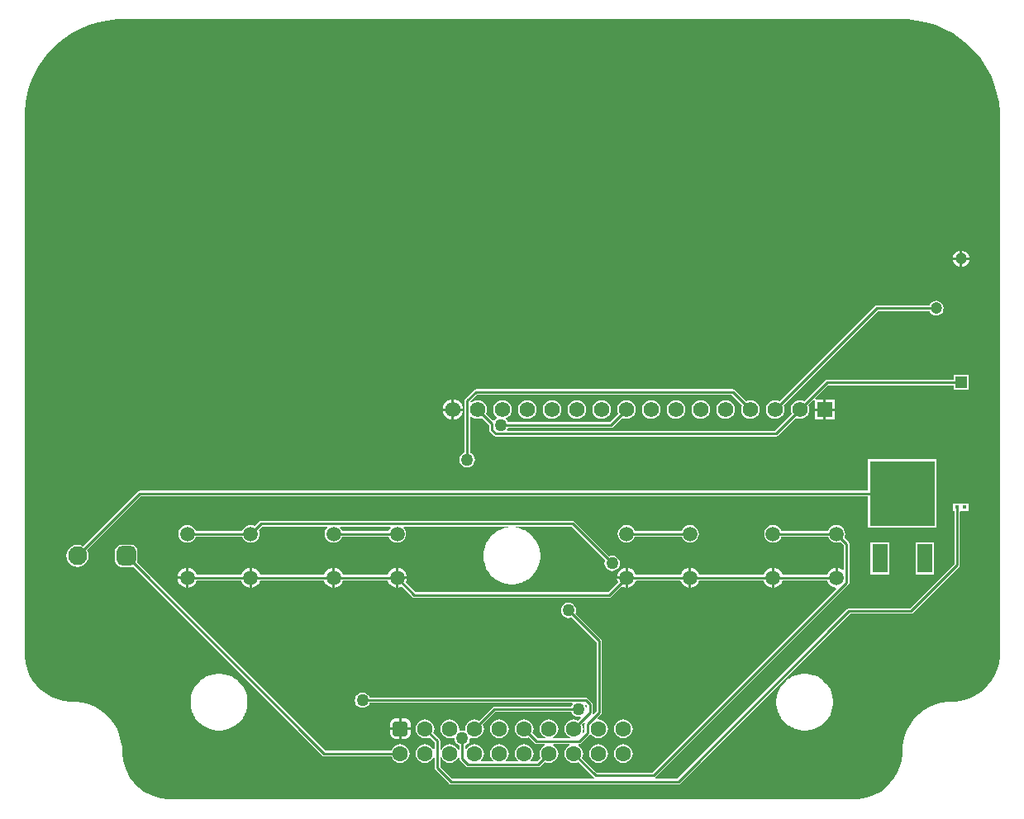
<source format=gbl>
G04*
G04 #@! TF.GenerationSoftware,Altium Limited,Altium Designer,21.3.2 (30)*
G04*
G04 Layer_Physical_Order=2*
G04 Layer_Color=16711680*
%FSLAX25Y25*%
%MOIN*%
G70*
G04*
G04 #@! TF.SameCoordinates,3DC595B4-C491-417C-8E84-26B3D1DC1506*
G04*
G04*
G04 #@! TF.FilePolarity,Positive*
G04*
G01*
G75*
%ADD12C,0.01000*%
%ADD13R,0.04724X0.04724*%
%ADD14C,0.04724*%
%ADD15C,0.06181*%
%ADD16R,0.06181X0.06181*%
%ADD23C,0.06299*%
G04:AMPARAMS|DCode=24|XSize=62.99mil|YSize=62.99mil|CornerRadius=15.75mil|HoleSize=0mil|Usage=FLASHONLY|Rotation=0.000|XOffset=0mil|YOffset=0mil|HoleType=Round|Shape=RoundedRectangle|*
%AMROUNDEDRECTD24*
21,1,0.06299,0.03150,0,0,0.0*
21,1,0.03150,0.06299,0,0,0.0*
1,1,0.03150,0.01575,-0.01575*
1,1,0.03150,-0.01575,-0.01575*
1,1,0.03150,-0.01575,0.01575*
1,1,0.03150,0.01575,0.01575*
%
%ADD24ROUNDEDRECTD24*%
%ADD25C,0.07677*%
G04:AMPARAMS|DCode=26|XSize=76.77mil|YSize=76.77mil|CornerRadius=19.19mil|HoleSize=0mil|Usage=FLASHONLY|Rotation=180.000|XOffset=0mil|YOffset=0mil|HoleType=Round|Shape=RoundedRectangle|*
%AMROUNDEDRECTD26*
21,1,0.07677,0.03839,0,0,180.0*
21,1,0.03839,0.07677,0,0,180.0*
1,1,0.03839,-0.01919,0.01919*
1,1,0.03839,0.01919,0.01919*
1,1,0.03839,0.01919,-0.01919*
1,1,0.03839,-0.01919,-0.01919*
%
%ADD26ROUNDEDRECTD26*%
%ADD27C,0.05906*%
%ADD28C,0.05000*%
%ADD29R,0.01772X0.01772*%
%ADD30R,0.26378X0.26378*%
%ADD31R,0.06299X0.11811*%
%ADD32C,0.00886*%
G36*
X360115Y314606D02*
X363908Y313852D01*
X367610Y312729D01*
X371184Y311249D01*
X374595Y309425D01*
X377812Y307276D01*
X380802Y304822D01*
X383537Y302087D01*
X385991Y299097D01*
X388140Y295880D01*
X389964Y292469D01*
X391444Y288895D01*
X392567Y285193D01*
X393322Y281399D01*
X393701Y277550D01*
Y275616D01*
Y59080D01*
Y57790D01*
X393364Y55231D01*
X392696Y52739D01*
X391709Y50355D01*
X390418Y48120D01*
X388847Y46073D01*
X387023Y44248D01*
X384976Y42678D01*
X382741Y41387D01*
X380357Y40400D01*
X377864Y39732D01*
X375306Y39395D01*
X374016D01*
X372728Y39353D01*
X370175Y39017D01*
X367688Y38350D01*
X365309Y37365D01*
X363079Y36078D01*
X361036Y34510D01*
X359216Y32689D01*
X357648Y30646D01*
X356361Y28416D01*
X355375Y26038D01*
X354709Y23550D01*
X354373Y20998D01*
X354331Y19710D01*
Y18420D01*
X353994Y15861D01*
X353326Y13369D01*
X352339Y10985D01*
X351048Y8750D01*
X349477Y6703D01*
X347653Y4878D01*
X345605Y3307D01*
X343371Y2017D01*
X340987Y1030D01*
X338494Y362D01*
X335936Y25D01*
X58015D01*
X55457Y362D01*
X52964Y1030D01*
X50580Y2017D01*
X48345Y3307D01*
X46298Y4878D01*
X44473Y6703D01*
X42902Y8750D01*
X41612Y10985D01*
X40625Y13369D01*
X39957Y15861D01*
X39620Y18420D01*
Y19710D01*
X39578Y20998D01*
X39242Y23550D01*
X38575Y26038D01*
X37590Y28416D01*
X36303Y30646D01*
X34735Y32689D01*
X32914Y34510D01*
X30871Y36078D01*
X28642Y37365D01*
X26263Y38350D01*
X23775Y39017D01*
X21223Y39353D01*
X19935Y39395D01*
X18645D01*
X16086Y39732D01*
X13594Y40400D01*
X11210Y41387D01*
X8975Y42678D01*
X6928Y44248D01*
X5103Y46073D01*
X3532Y48120D01*
X2242Y50355D01*
X1255Y52739D01*
X587Y55231D01*
X250Y57790D01*
Y59080D01*
Y275616D01*
Y277550D01*
X629Y281399D01*
X1384Y285193D01*
X2507Y288895D01*
X3987Y292469D01*
X5810Y295880D01*
X7960Y299097D01*
X10414Y302087D01*
X13149Y304822D01*
X16139Y307276D01*
X19355Y309425D01*
X22767Y311249D01*
X26341Y312729D01*
X30042Y313852D01*
X33836Y314606D01*
X37686Y314986D01*
X356265D01*
X360115Y314606D01*
D02*
G37*
%LPC*%
G36*
X378512Y221692D02*
Y218866D01*
X381337D01*
X381288Y219244D01*
X380949Y220062D01*
X380410Y220764D01*
X379707Y221303D01*
X378889Y221642D01*
X378512Y221692D01*
D02*
G37*
G36*
X377512D02*
X377134Y221642D01*
X376316Y221303D01*
X375614Y220764D01*
X375075Y220062D01*
X374736Y219244D01*
X374686Y218866D01*
X377512D01*
Y221692D01*
D02*
G37*
G36*
X381337Y217866D02*
X378512D01*
Y215041D01*
X378889Y215090D01*
X379707Y215429D01*
X380410Y215968D01*
X380949Y216671D01*
X381288Y217489D01*
X381337Y217866D01*
D02*
G37*
G36*
X377512D02*
X374686D01*
X374736Y217489D01*
X375075Y216671D01*
X375614Y215968D01*
X376316Y215429D01*
X377134Y215090D01*
X377512Y215041D01*
Y217866D01*
D02*
G37*
G36*
X368012Y201344D02*
X367241Y201243D01*
X366523Y200945D01*
X365906Y200472D01*
X365433Y199855D01*
X365276Y199478D01*
X343917D01*
X343492Y199393D01*
X343131Y199152D01*
X343131Y199152D01*
X304737Y160758D01*
X303993Y161067D01*
X303032Y161193D01*
X302071Y161067D01*
X301175Y160696D01*
X300406Y160106D01*
X299816Y159337D01*
X299445Y158441D01*
X299319Y157480D01*
X299445Y156519D01*
X299816Y155624D01*
X300406Y154855D01*
X301175Y154265D01*
X302071Y153894D01*
X303032Y153768D01*
X303993Y153894D01*
X304888Y154265D01*
X305657Y154855D01*
X306247Y155624D01*
X306618Y156519D01*
X306745Y157480D01*
X306618Y158441D01*
X306310Y159186D01*
X344378Y197254D01*
X365276D01*
X365433Y196877D01*
X365906Y196260D01*
X366523Y195787D01*
X367241Y195490D01*
X368012Y195388D01*
X368783Y195490D01*
X369501Y195787D01*
X370118Y196260D01*
X370591Y196877D01*
X370888Y197595D01*
X370990Y198366D01*
X370888Y199137D01*
X370591Y199855D01*
X370118Y200472D01*
X369501Y200945D01*
X368783Y201243D01*
X368012Y201344D01*
D02*
G37*
G36*
X380965Y171319D02*
X375059D01*
Y169478D01*
X323918D01*
X323917Y169478D01*
X323492Y169394D01*
X323131Y169152D01*
X323131Y169152D01*
X314737Y160758D01*
X313993Y161067D01*
X313032Y161193D01*
X312071Y161067D01*
X311175Y160696D01*
X310406Y160106D01*
X309816Y159337D01*
X309445Y158441D01*
X309319Y157480D01*
X309445Y156519D01*
X309754Y155775D01*
X302800Y148821D01*
X195024D01*
X194777Y149321D01*
X195100Y149741D01*
X195285Y150188D01*
X236851D01*
X236851Y150188D01*
X237277Y150273D01*
X237637Y150514D01*
X241326Y154202D01*
X242071Y153894D01*
X243032Y153768D01*
X243993Y153894D01*
X244888Y154265D01*
X245657Y154855D01*
X246247Y155624D01*
X246618Y156519D01*
X246744Y157480D01*
X246618Y158441D01*
X246247Y159337D01*
X245657Y160106D01*
X244888Y160696D01*
X243993Y161067D01*
X243032Y161193D01*
X242071Y161067D01*
X241175Y160696D01*
X240406Y160106D01*
X239816Y159337D01*
X239445Y158441D01*
X239319Y157480D01*
X239445Y156519D01*
X239754Y155775D01*
X236391Y152412D01*
X195285D01*
X195100Y152859D01*
X194604Y153504D01*
X194457Y153618D01*
X194522Y154113D01*
X194888Y154265D01*
X195657Y154855D01*
X196247Y155624D01*
X196618Y156519D01*
X196745Y157480D01*
X196618Y158441D01*
X196247Y159337D01*
X195657Y160106D01*
X194888Y160696D01*
X193993Y161067D01*
X193032Y161193D01*
X192071Y161067D01*
X191175Y160696D01*
X190406Y160106D01*
X189816Y159337D01*
X189445Y158441D01*
X189319Y157480D01*
X189445Y156519D01*
X189816Y155624D01*
X190406Y154855D01*
X190825Y154534D01*
X190834Y154250D01*
X190770Y153945D01*
X190196Y153504D01*
X189801Y152990D01*
X189223Y152861D01*
X186310Y155775D01*
X186618Y156519D01*
X186744Y157480D01*
X186618Y158441D01*
X186247Y159337D01*
X185657Y160106D01*
X184888Y160696D01*
X183993Y161067D01*
X183032Y161193D01*
X182071Y161067D01*
X181175Y160696D01*
X180659Y160300D01*
X180115Y160513D01*
X180082Y160710D01*
X182861Y163488D01*
X285451D01*
X289754Y159186D01*
X289445Y158441D01*
X289319Y157480D01*
X289445Y156519D01*
X289816Y155624D01*
X290406Y154855D01*
X291175Y154265D01*
X292071Y153894D01*
X293032Y153768D01*
X293993Y153894D01*
X294888Y154265D01*
X295657Y154855D01*
X296247Y155624D01*
X296618Y156519D01*
X296744Y157480D01*
X296618Y158441D01*
X296247Y159337D01*
X295657Y160106D01*
X294888Y160696D01*
X293993Y161067D01*
X293032Y161193D01*
X292071Y161067D01*
X291326Y160758D01*
X286698Y165386D01*
X286337Y165627D01*
X285912Y165712D01*
X285912Y165712D01*
X182400D01*
X182400Y165712D01*
X181974Y165627D01*
X181614Y165386D01*
X178014Y161786D01*
X177773Y161425D01*
X177688Y161000D01*
X177688Y161000D01*
Y140085D01*
X177241Y139900D01*
X176596Y139404D01*
X176100Y138759D01*
X175789Y138007D01*
X175683Y137200D01*
X175789Y136393D01*
X176100Y135641D01*
X176596Y134996D01*
X177241Y134500D01*
X177993Y134189D01*
X178800Y134083D01*
X179607Y134189D01*
X180359Y134500D01*
X181004Y134996D01*
X181500Y135641D01*
X181811Y136393D01*
X181917Y137200D01*
X181811Y138007D01*
X181500Y138759D01*
X181004Y139404D01*
X180359Y139900D01*
X179912Y140085D01*
Y154721D01*
X180221Y154826D01*
X180412Y154851D01*
X181175Y154265D01*
X182071Y153894D01*
X183032Y153768D01*
X183993Y153894D01*
X184737Y154202D01*
X187688Y151251D01*
Y149309D01*
X187688Y149309D01*
X187773Y148884D01*
X188014Y148523D01*
X189614Y146923D01*
X189614Y146923D01*
X189974Y146682D01*
X190400Y146598D01*
X303261D01*
X303261Y146598D01*
X303686Y146682D01*
X304047Y146923D01*
X311326Y154202D01*
X312071Y153894D01*
X313032Y153768D01*
X313993Y153894D01*
X314888Y154265D01*
X315657Y154855D01*
X316247Y155624D01*
X316618Y156519D01*
X316744Y157480D01*
X316618Y158441D01*
X316310Y159186D01*
X318441Y161317D01*
X318941Y161110D01*
Y157980D01*
X322532D01*
Y161571D01*
X319402D01*
X319195Y162071D01*
X324378Y167254D01*
X375059D01*
Y165413D01*
X380965D01*
Y171319D01*
D02*
G37*
G36*
X327122Y161571D02*
X323532D01*
Y157980D01*
X327122D01*
Y161571D01*
D02*
G37*
G36*
X173532Y161540D02*
Y157980D01*
X177092D01*
X177017Y158548D01*
X176605Y159543D01*
X175949Y160398D01*
X175094Y161054D01*
X174100Y161466D01*
X173532Y161540D01*
D02*
G37*
G36*
X172532D02*
X171964Y161466D01*
X170969Y161054D01*
X170114Y160398D01*
X169458Y159543D01*
X169046Y158548D01*
X168972Y157980D01*
X172532D01*
Y161540D01*
D02*
G37*
G36*
X283032Y161193D02*
X282071Y161067D01*
X281175Y160696D01*
X280406Y160106D01*
X279816Y159337D01*
X279445Y158441D01*
X279319Y157480D01*
X279445Y156519D01*
X279816Y155624D01*
X280406Y154855D01*
X281175Y154265D01*
X282071Y153894D01*
X283032Y153768D01*
X283993Y153894D01*
X284888Y154265D01*
X285657Y154855D01*
X286247Y155624D01*
X286618Y156519D01*
X286744Y157480D01*
X286618Y158441D01*
X286247Y159337D01*
X285657Y160106D01*
X284888Y160696D01*
X283993Y161067D01*
X283032Y161193D01*
D02*
G37*
G36*
X273032D02*
X272071Y161067D01*
X271175Y160696D01*
X270406Y160106D01*
X269816Y159337D01*
X269445Y158441D01*
X269319Y157480D01*
X269445Y156519D01*
X269816Y155624D01*
X270406Y154855D01*
X271175Y154265D01*
X272071Y153894D01*
X273032Y153768D01*
X273993Y153894D01*
X274888Y154265D01*
X275657Y154855D01*
X276247Y155624D01*
X276618Y156519D01*
X276745Y157480D01*
X276618Y158441D01*
X276247Y159337D01*
X275657Y160106D01*
X274888Y160696D01*
X273993Y161067D01*
X273032Y161193D01*
D02*
G37*
G36*
X263032D02*
X262071Y161067D01*
X261175Y160696D01*
X260406Y160106D01*
X259816Y159337D01*
X259445Y158441D01*
X259319Y157480D01*
X259445Y156519D01*
X259816Y155624D01*
X260406Y154855D01*
X261175Y154265D01*
X262071Y153894D01*
X263032Y153768D01*
X263993Y153894D01*
X264888Y154265D01*
X265657Y154855D01*
X266247Y155624D01*
X266618Y156519D01*
X266744Y157480D01*
X266618Y158441D01*
X266247Y159337D01*
X265657Y160106D01*
X264888Y160696D01*
X263993Y161067D01*
X263032Y161193D01*
D02*
G37*
G36*
X253032D02*
X252071Y161067D01*
X251175Y160696D01*
X250406Y160106D01*
X249816Y159337D01*
X249445Y158441D01*
X249319Y157480D01*
X249445Y156519D01*
X249816Y155624D01*
X250406Y154855D01*
X251175Y154265D01*
X252071Y153894D01*
X253032Y153768D01*
X253993Y153894D01*
X254888Y154265D01*
X255657Y154855D01*
X256247Y155624D01*
X256618Y156519D01*
X256745Y157480D01*
X256618Y158441D01*
X256247Y159337D01*
X255657Y160106D01*
X254888Y160696D01*
X253993Y161067D01*
X253032Y161193D01*
D02*
G37*
G36*
X233032D02*
X232071Y161067D01*
X231175Y160696D01*
X230406Y160106D01*
X229816Y159337D01*
X229445Y158441D01*
X229319Y157480D01*
X229445Y156519D01*
X229816Y155624D01*
X230406Y154855D01*
X231175Y154265D01*
X232071Y153894D01*
X233032Y153768D01*
X233993Y153894D01*
X234888Y154265D01*
X235657Y154855D01*
X236247Y155624D01*
X236618Y156519D01*
X236744Y157480D01*
X236618Y158441D01*
X236247Y159337D01*
X235657Y160106D01*
X234888Y160696D01*
X233993Y161067D01*
X233032Y161193D01*
D02*
G37*
G36*
X223032D02*
X222071Y161067D01*
X221175Y160696D01*
X220406Y160106D01*
X219816Y159337D01*
X219445Y158441D01*
X219319Y157480D01*
X219445Y156519D01*
X219816Y155624D01*
X220406Y154855D01*
X221175Y154265D01*
X222071Y153894D01*
X223032Y153768D01*
X223993Y153894D01*
X224888Y154265D01*
X225657Y154855D01*
X226247Y155624D01*
X226618Y156519D01*
X226745Y157480D01*
X226618Y158441D01*
X226247Y159337D01*
X225657Y160106D01*
X224888Y160696D01*
X223993Y161067D01*
X223032Y161193D01*
D02*
G37*
G36*
X213032D02*
X212071Y161067D01*
X211175Y160696D01*
X210406Y160106D01*
X209816Y159337D01*
X209445Y158441D01*
X209319Y157480D01*
X209445Y156519D01*
X209816Y155624D01*
X210406Y154855D01*
X211175Y154265D01*
X212071Y153894D01*
X213032Y153768D01*
X213993Y153894D01*
X214888Y154265D01*
X215657Y154855D01*
X216247Y155624D01*
X216618Y156519D01*
X216744Y157480D01*
X216618Y158441D01*
X216247Y159337D01*
X215657Y160106D01*
X214888Y160696D01*
X213993Y161067D01*
X213032Y161193D01*
D02*
G37*
G36*
X203032D02*
X202071Y161067D01*
X201175Y160696D01*
X200406Y160106D01*
X199816Y159337D01*
X199445Y158441D01*
X199319Y157480D01*
X199445Y156519D01*
X199816Y155624D01*
X200406Y154855D01*
X201175Y154265D01*
X202071Y153894D01*
X203032Y153768D01*
X203993Y153894D01*
X204888Y154265D01*
X205657Y154855D01*
X206247Y155624D01*
X206618Y156519D01*
X206745Y157480D01*
X206618Y158441D01*
X206247Y159337D01*
X205657Y160106D01*
X204888Y160696D01*
X203993Y161067D01*
X203032Y161193D01*
D02*
G37*
G36*
X177092Y156980D02*
X173532D01*
Y153420D01*
X174100Y153495D01*
X175094Y153907D01*
X175949Y154563D01*
X176605Y155418D01*
X177017Y156413D01*
X177092Y156980D01*
D02*
G37*
G36*
X172532D02*
X168972D01*
X169046Y156413D01*
X169458Y155418D01*
X170114Y154563D01*
X170969Y153907D01*
X171964Y153495D01*
X172532Y153420D01*
Y156980D01*
D02*
G37*
G36*
X327122D02*
X323532D01*
Y153390D01*
X327122D01*
Y156980D01*
D02*
G37*
G36*
X322532D02*
X318941D01*
Y153390D01*
X322532D01*
Y156980D01*
D02*
G37*
G36*
X368110Y137352D02*
X340551D01*
Y124685D01*
X46801D01*
X46801Y124685D01*
X46376Y124600D01*
X46015Y124359D01*
X46015Y124359D01*
X23923Y102267D01*
X23887Y102294D01*
X22810Y102740D01*
X21654Y102893D01*
X20497Y102740D01*
X19420Y102294D01*
X18495Y101584D01*
X17785Y100659D01*
X17338Y99581D01*
X17186Y98425D01*
X17338Y97269D01*
X17785Y96192D01*
X18495Y95266D01*
X19420Y94556D01*
X20497Y94110D01*
X21654Y93958D01*
X22810Y94110D01*
X23887Y94556D01*
X24813Y95266D01*
X25522Y96192D01*
X25969Y97269D01*
X26121Y98425D01*
X25969Y99581D01*
X25522Y100659D01*
X25495Y100694D01*
X47262Y122461D01*
X340551D01*
Y109793D01*
X368110D01*
Y137352D01*
D02*
G37*
G36*
X221300Y112512D02*
X221300Y112512D01*
X95652D01*
X95227Y112427D01*
X94866Y112186D01*
X93135Y110456D01*
X92460Y110735D01*
X91535Y110857D01*
X90610Y110735D01*
X89749Y110379D01*
X89008Y109810D01*
X88440Y109070D01*
X88161Y108395D01*
X69319D01*
X69040Y109070D01*
X68472Y109810D01*
X67732Y110379D01*
X66870Y110735D01*
X65945Y110857D01*
X65020Y110735D01*
X64158Y110379D01*
X63418Y109810D01*
X62850Y109070D01*
X62493Y108208D01*
X62371Y107283D01*
X62493Y106358D01*
X62850Y105497D01*
X63418Y104756D01*
X64158Y104188D01*
X65020Y103831D01*
X65945Y103709D01*
X66870Y103831D01*
X67732Y104188D01*
X68472Y104756D01*
X69040Y105497D01*
X69319Y106172D01*
X88161D01*
X88440Y105497D01*
X89008Y104756D01*
X89749Y104188D01*
X90610Y103831D01*
X91535Y103709D01*
X92460Y103831D01*
X93322Y104188D01*
X94063Y104756D01*
X94630Y105497D01*
X94987Y106358D01*
X95109Y107283D01*
X94987Y108208D01*
X94708Y108883D01*
X96113Y110288D01*
X122318D01*
X122428Y109963D01*
X122456Y109788D01*
X121905Y109070D01*
X121548Y108208D01*
X121426Y107283D01*
X121548Y106358D01*
X121905Y105497D01*
X122473Y104756D01*
X123213Y104188D01*
X124075Y103831D01*
X125000Y103709D01*
X125925Y103831D01*
X126787Y104188D01*
X127527Y104756D01*
X128095Y105497D01*
X128375Y106172D01*
X147216D01*
X147495Y105497D01*
X148064Y104756D01*
X148804Y104188D01*
X149666Y103831D01*
X150591Y103709D01*
X151516Y103831D01*
X152377Y104188D01*
X153118Y104756D01*
X153686Y105497D01*
X154043Y106358D01*
X154165Y107283D01*
X154043Y108208D01*
X153686Y109070D01*
X153135Y109788D01*
X153163Y109963D01*
X153273Y110288D01*
X195283D01*
X195316Y109788D01*
X194650Y109701D01*
X194612Y109678D01*
X194568Y109684D01*
X193197Y109317D01*
X193162Y109290D01*
X193118D01*
X191807Y108747D01*
X191776Y108716D01*
X191732Y108710D01*
X190503Y108000D01*
X190476Y107965D01*
X190433Y107954D01*
X189307Y107090D01*
X189285Y107052D01*
X189244Y107035D01*
X188241Y106031D01*
X188224Y105990D01*
X188186Y105968D01*
X187322Y104842D01*
X187310Y104800D01*
X187275Y104773D01*
X186566Y103544D01*
X186560Y103500D01*
X186529Y103469D01*
X185986Y102157D01*
Y102113D01*
X185959Y102078D01*
X185591Y100707D01*
X185597Y100664D01*
X185575Y100625D01*
X185390Y99218D01*
X185401Y99176D01*
X185384Y99135D01*
Y97716D01*
X185401Y97675D01*
X185390Y97632D01*
X185575Y96225D01*
X185597Y96187D01*
X185591Y96143D01*
X185959Y94772D01*
X185986Y94737D01*
Y94693D01*
X186529Y93382D01*
X186560Y93350D01*
X186566Y93307D01*
X187275Y92078D01*
X187310Y92051D01*
X187322Y92008D01*
X188186Y90882D01*
X188224Y90860D01*
X188241Y90819D01*
X189244Y89816D01*
X189285Y89799D01*
X189307Y89761D01*
X190433Y88897D01*
X190476Y88885D01*
X190503Y88850D01*
X191732Y88141D01*
X191776Y88135D01*
X191807Y88104D01*
X193118Y87560D01*
X193162D01*
X193197Y87534D01*
X194568Y87166D01*
X194612Y87172D01*
X194650Y87150D01*
X196057Y86965D01*
X196100Y86976D01*
X196141Y86959D01*
X197560D01*
X197601Y86976D01*
X197643Y86965D01*
X199050Y87150D01*
X199089Y87172D01*
X199133Y87166D01*
X200503Y87534D01*
X200538Y87560D01*
X200583D01*
X201894Y88104D01*
X201925Y88135D01*
X201969Y88141D01*
X203198Y88850D01*
X203225Y88885D01*
X203267Y88897D01*
X204393Y89761D01*
X204415Y89799D01*
X204456Y89816D01*
X205460Y90819D01*
X205477Y90860D01*
X205515Y90882D01*
X206379Y92008D01*
X206390Y92051D01*
X206425Y92078D01*
X207135Y93307D01*
X207141Y93350D01*
X207172Y93382D01*
X207715Y94693D01*
Y94737D01*
X207742Y94772D01*
X208109Y96143D01*
X208104Y96187D01*
X208126Y96225D01*
X208311Y97632D01*
X208299Y97675D01*
X208316Y97716D01*
Y99135D01*
X208299Y99176D01*
X208311Y99218D01*
X208126Y100625D01*
X208104Y100664D01*
X208109Y100707D01*
X207742Y102078D01*
X207715Y102113D01*
Y102157D01*
X207172Y103469D01*
X207141Y103500D01*
X207135Y103544D01*
X206425Y104773D01*
X206390Y104800D01*
X206379Y104842D01*
X205515Y105968D01*
X205477Y105990D01*
X205460Y106031D01*
X204456Y107035D01*
X204415Y107052D01*
X204393Y107090D01*
X203267Y107954D01*
X203225Y107965D01*
X203198Y108000D01*
X201969Y108710D01*
X201925Y108716D01*
X201894Y108747D01*
X200583Y109290D01*
X200538D01*
X200503Y109317D01*
X199133Y109684D01*
X199089Y109678D01*
X199050Y109701D01*
X198385Y109788D01*
X198418Y110288D01*
X220839D01*
X234474Y96653D01*
X234289Y96207D01*
X234183Y95400D01*
X234289Y94593D01*
X234600Y93841D01*
X235096Y93196D01*
X235741Y92700D01*
X236493Y92389D01*
X237300Y92283D01*
X238107Y92389D01*
X238859Y92700D01*
X239504Y93196D01*
X240000Y93841D01*
X240311Y94593D01*
X240417Y95400D01*
X240311Y96207D01*
X240000Y96959D01*
X239504Y97604D01*
X238859Y98100D01*
X238107Y98411D01*
X237300Y98517D01*
X236493Y98411D01*
X236047Y98226D01*
X222086Y112186D01*
X221726Y112427D01*
X221300Y112512D01*
D02*
G37*
G36*
X268701Y110857D02*
X267776Y110735D01*
X266914Y110379D01*
X266174Y109810D01*
X265606Y109070D01*
X265326Y108395D01*
X246485D01*
X246205Y109070D01*
X245637Y109810D01*
X244897Y110379D01*
X244035Y110735D01*
X243110Y110857D01*
X242185Y110735D01*
X241323Y110379D01*
X240583Y109810D01*
X240015Y109070D01*
X239658Y108208D01*
X239536Y107283D01*
X239658Y106358D01*
X240015Y105497D01*
X240583Y104756D01*
X241323Y104188D01*
X242185Y103831D01*
X243110Y103709D01*
X244035Y103831D01*
X244897Y104188D01*
X245637Y104756D01*
X246205Y105497D01*
X246485Y106172D01*
X265326D01*
X265606Y105497D01*
X266174Y104756D01*
X266914Y104188D01*
X267776Y103831D01*
X268701Y103709D01*
X269626Y103831D01*
X270488Y104188D01*
X271228Y104756D01*
X271796Y105497D01*
X272153Y106358D01*
X272275Y107283D01*
X272153Y108208D01*
X271796Y109070D01*
X271228Y109810D01*
X270488Y110379D01*
X269626Y110735D01*
X268701Y110857D01*
D02*
G37*
G36*
X367126Y103888D02*
X359646D01*
Y90896D01*
X367126D01*
Y103888D01*
D02*
G37*
G36*
X349016D02*
X341535D01*
Y90896D01*
X349016D01*
Y103888D01*
D02*
G37*
G36*
X301665Y93488D02*
X301133Y93418D01*
X300172Y93020D01*
X299346Y92386D01*
X298713Y91560D01*
X298347Y90679D01*
X272519D01*
X272153Y91560D01*
X271520Y92386D01*
X270694Y93020D01*
X269733Y93418D01*
X269201Y93488D01*
Y89567D01*
Y85646D01*
X269733Y85716D01*
X270694Y86114D01*
X271520Y86748D01*
X272153Y87574D01*
X272519Y88455D01*
X298347D01*
X298713Y87574D01*
X299346Y86748D01*
X300172Y86114D01*
X301133Y85716D01*
X301665Y85646D01*
Y89567D01*
Y93488D01*
D02*
G37*
G36*
X268201D02*
X267669Y93418D01*
X266707Y93020D01*
X265882Y92386D01*
X265248Y91560D01*
X264883Y90679D01*
X246928D01*
X246563Y91560D01*
X245929Y92386D01*
X245104Y93020D01*
X244142Y93418D01*
X243610Y93488D01*
Y89567D01*
Y85646D01*
X244142Y85716D01*
X245104Y86114D01*
X245929Y86748D01*
X246563Y87574D01*
X246928Y88455D01*
X264883D01*
X265248Y87574D01*
X265882Y86748D01*
X266707Y86114D01*
X267669Y85716D01*
X268201Y85646D01*
Y89567D01*
Y93488D01*
D02*
G37*
G36*
X150091D02*
X149559Y93418D01*
X148597Y93020D01*
X147772Y92386D01*
X147138Y91560D01*
X146773Y90679D01*
X128818D01*
X128453Y91560D01*
X127819Y92386D01*
X126993Y93020D01*
X126032Y93418D01*
X125500Y93488D01*
Y89567D01*
Y85646D01*
X126032Y85716D01*
X126993Y86114D01*
X127819Y86748D01*
X128453Y87574D01*
X128818Y88455D01*
X146773D01*
X147138Y87574D01*
X147772Y86748D01*
X148597Y86114D01*
X149559Y85716D01*
X150091Y85646D01*
Y89567D01*
Y93488D01*
D02*
G37*
G36*
X124500D02*
X123968Y93418D01*
X123007Y93020D01*
X122181Y92386D01*
X121547Y91560D01*
X121182Y90679D01*
X95353D01*
X94988Y91560D01*
X94354Y92386D01*
X93529Y93020D01*
X92567Y93418D01*
X92035Y93488D01*
Y89567D01*
Y85646D01*
X92567Y85716D01*
X93529Y86114D01*
X94354Y86748D01*
X94988Y87574D01*
X95353Y88455D01*
X121182D01*
X121547Y87574D01*
X122181Y86748D01*
X123007Y86114D01*
X123968Y85716D01*
X124500Y85646D01*
Y89567D01*
Y93488D01*
D02*
G37*
G36*
X91035D02*
X90504Y93418D01*
X89542Y93020D01*
X88716Y92386D01*
X88083Y91560D01*
X87717Y90679D01*
X69763D01*
X69397Y91560D01*
X68764Y92386D01*
X67938Y93020D01*
X66977Y93418D01*
X66445Y93488D01*
Y89567D01*
Y85646D01*
X66977Y85716D01*
X67938Y86114D01*
X68764Y86748D01*
X69397Y87574D01*
X69763Y88455D01*
X87717D01*
X88083Y87574D01*
X88716Y86748D01*
X89542Y86114D01*
X90504Y85716D01*
X91035Y85646D01*
Y89567D01*
Y93488D01*
D02*
G37*
G36*
X242610D02*
X242078Y93418D01*
X241117Y93020D01*
X240291Y92386D01*
X239657Y91560D01*
X239259Y90599D01*
X239189Y90067D01*
X242610D01*
Y93488D01*
D02*
G37*
G36*
X151091D02*
Y90067D01*
X154512D01*
X154442Y90599D01*
X154043Y91560D01*
X153410Y92386D01*
X152584Y93020D01*
X151622Y93418D01*
X151091Y93488D01*
D02*
G37*
G36*
X65445D02*
X64913Y93418D01*
X63951Y93020D01*
X63126Y92386D01*
X62492Y91560D01*
X62094Y90599D01*
X62024Y90067D01*
X65445D01*
Y93488D01*
D02*
G37*
G36*
Y89067D02*
X62024D01*
X62094Y88535D01*
X62492Y87574D01*
X63126Y86748D01*
X63951Y86114D01*
X64913Y85716D01*
X65445Y85646D01*
Y89067D01*
D02*
G37*
G36*
X242610D02*
X239189D01*
X239259Y88535D01*
X239624Y87654D01*
X235683Y83712D01*
X158018D01*
X154077Y87654D01*
X154442Y88535D01*
X154512Y89067D01*
X151091D01*
Y85646D01*
X151622Y85716D01*
X152504Y86081D01*
X156771Y81814D01*
X156771Y81814D01*
X157132Y81573D01*
X157558Y81488D01*
X157558Y81488D01*
X236143D01*
X236143Y81488D01*
X236569Y81573D01*
X236929Y81814D01*
X241197Y86081D01*
X242078Y85716D01*
X242610Y85646D01*
Y89067D01*
D02*
G37*
G36*
X315670Y50836D02*
X314251D01*
X314210Y50819D01*
X314168Y50831D01*
X312760Y50645D01*
X312722Y50623D01*
X312679Y50629D01*
X311308Y50262D01*
X311273Y50235D01*
X311228D01*
X309917Y49692D01*
X309886Y49661D01*
X309842Y49655D01*
X308613Y48945D01*
X308586Y48910D01*
X308544Y48899D01*
X307418Y48035D01*
X307396Y47996D01*
X307355Y47980D01*
X306351Y46976D01*
X306334Y46935D01*
X306296Y46913D01*
X305432Y45787D01*
X305421Y45744D01*
X305386Y45718D01*
X304676Y44488D01*
X304670Y44445D01*
X304639Y44414D01*
X304096Y43102D01*
Y43058D01*
X304069Y43023D01*
X303702Y41652D01*
X303707Y41609D01*
X303685Y41570D01*
X303500Y40163D01*
X303512Y40121D01*
X303495Y40080D01*
Y38660D01*
X303512Y38620D01*
X303500Y38577D01*
X303685Y37170D01*
X303707Y37132D01*
X303702Y37088D01*
X304069Y35717D01*
X304096Y35682D01*
Y35638D01*
X304639Y34327D01*
X304670Y34295D01*
X304676Y34252D01*
X305386Y33022D01*
X305421Y32996D01*
X305432Y32953D01*
X306296Y31827D01*
X306334Y31805D01*
X306351Y31764D01*
X307355Y30761D01*
X307396Y30744D01*
X307418Y30705D01*
X308544Y29842D01*
X308586Y29830D01*
X308613Y29795D01*
X309842Y29085D01*
X309886Y29080D01*
X309917Y29048D01*
X311228Y28505D01*
X311273D01*
X311308Y28478D01*
X312679Y28111D01*
X312722Y28117D01*
X312760Y28095D01*
X314168Y27910D01*
X314210Y27921D01*
X314251Y27904D01*
X315670D01*
X315711Y27921D01*
X315754Y27910D01*
X317161Y28095D01*
X317199Y28117D01*
X317243Y28111D01*
X318614Y28478D01*
X318649Y28505D01*
X318693D01*
X320004Y29048D01*
X320035Y29080D01*
X320079Y29085D01*
X321308Y29795D01*
X321335Y29830D01*
X321378Y29842D01*
X322504Y30705D01*
X322526Y30744D01*
X322567Y30761D01*
X323570Y31764D01*
X323587Y31805D01*
X323625Y31827D01*
X324489Y32953D01*
X324501Y32996D01*
X324536Y33022D01*
X325245Y34252D01*
X325251Y34295D01*
X325282Y34327D01*
X325825Y35638D01*
Y35682D01*
X325852Y35717D01*
X326220Y37088D01*
X326214Y37132D01*
X326236Y37170D01*
X326421Y38577D01*
X326410Y38620D01*
X326427Y38660D01*
Y40080D01*
X326410Y40121D01*
X326421Y40163D01*
X326236Y41570D01*
X326214Y41609D01*
X326220Y41652D01*
X325852Y43023D01*
X325825Y43058D01*
Y43102D01*
X325282Y44414D01*
X325251Y44445D01*
X325245Y44488D01*
X324536Y45718D01*
X324501Y45744D01*
X324489Y45787D01*
X323625Y46913D01*
X323587Y46935D01*
X323570Y46976D01*
X322567Y47980D01*
X322526Y47996D01*
X322504Y48035D01*
X321378Y48899D01*
X321335Y48910D01*
X321308Y48945D01*
X320079Y49655D01*
X320035Y49661D01*
X320004Y49692D01*
X318693Y50235D01*
X318649D01*
X318614Y50262D01*
X317243Y50629D01*
X317199Y50623D01*
X317161Y50645D01*
X315754Y50831D01*
X315711Y50819D01*
X315670Y50836D01*
D02*
G37*
G36*
X79450D02*
X78031D01*
X77990Y50819D01*
X77947Y50831D01*
X76540Y50645D01*
X76502Y50623D01*
X76458Y50629D01*
X75087Y50262D01*
X75052Y50235D01*
X75008D01*
X73697Y49692D01*
X73665Y49661D01*
X73622Y49655D01*
X72393Y48945D01*
X72366Y48910D01*
X72323Y48899D01*
X71197Y48035D01*
X71175Y47996D01*
X71134Y47980D01*
X70131Y46976D01*
X70114Y46935D01*
X70076Y46913D01*
X69212Y45787D01*
X69200Y45744D01*
X69165Y45718D01*
X68455Y44488D01*
X68450Y44445D01*
X68419Y44414D01*
X67875Y43102D01*
Y43058D01*
X67848Y43023D01*
X67481Y41652D01*
X67487Y41609D01*
X67465Y41570D01*
X67280Y40163D01*
X67291Y40121D01*
X67274Y40080D01*
Y38660D01*
X67291Y38620D01*
X67280Y38577D01*
X67465Y37170D01*
X67487Y37132D01*
X67481Y37088D01*
X67848Y35717D01*
X67875Y35682D01*
Y35638D01*
X68419Y34327D01*
X68450Y34295D01*
X68455Y34252D01*
X69165Y33022D01*
X69200Y32996D01*
X69212Y32953D01*
X70076Y31827D01*
X70114Y31805D01*
X70131Y31764D01*
X71134Y30761D01*
X71175Y30744D01*
X71197Y30705D01*
X72323Y29842D01*
X72366Y29830D01*
X72393Y29795D01*
X73622Y29085D01*
X73665Y29080D01*
X73697Y29048D01*
X75008Y28505D01*
X75052D01*
X75087Y28478D01*
X76458Y28111D01*
X76502Y28117D01*
X76540Y28095D01*
X77947Y27910D01*
X77990Y27921D01*
X78031Y27904D01*
X79450D01*
X79491Y27921D01*
X79533Y27910D01*
X80940Y28095D01*
X80979Y28117D01*
X81022Y28111D01*
X82393Y28478D01*
X82428Y28505D01*
X82472D01*
X83784Y29048D01*
X83815Y29080D01*
X83859Y29085D01*
X85088Y29795D01*
X85115Y29830D01*
X85157Y29842D01*
X86283Y30705D01*
X86305Y30744D01*
X86346Y30761D01*
X87350Y31764D01*
X87366Y31805D01*
X87405Y31827D01*
X88269Y32953D01*
X88280Y32996D01*
X88315Y33022D01*
X89025Y34252D01*
X89031Y34295D01*
X89062Y34327D01*
X89605Y35638D01*
Y35682D01*
X89632Y35717D01*
X89999Y37088D01*
X89993Y37132D01*
X90015Y37170D01*
X90201Y38577D01*
X90189Y38620D01*
X90206Y38660D01*
Y40080D01*
X90189Y40121D01*
X90201Y40163D01*
X90015Y41570D01*
X89993Y41609D01*
X89999Y41652D01*
X89632Y43023D01*
X89605Y43058D01*
Y43102D01*
X89062Y44414D01*
X89031Y44445D01*
X89025Y44488D01*
X88315Y45718D01*
X88280Y45744D01*
X88269Y45787D01*
X87405Y46913D01*
X87366Y46935D01*
X87350Y46976D01*
X86346Y47980D01*
X86305Y47996D01*
X86283Y48035D01*
X85157Y48899D01*
X85115Y48910D01*
X85088Y48945D01*
X83859Y49655D01*
X83815Y49661D01*
X83784Y49692D01*
X82472Y50235D01*
X82428D01*
X82393Y50262D01*
X81022Y50629D01*
X80979Y50623D01*
X80940Y50645D01*
X79533Y50831D01*
X79491Y50819D01*
X79450Y50836D01*
D02*
G37*
G36*
X153425Y32794D02*
X152350D01*
Y29122D01*
X156022D01*
Y30197D01*
X155934Y30869D01*
X155674Y31495D01*
X155262Y32033D01*
X154724Y32446D01*
X154097Y32705D01*
X153425Y32794D01*
D02*
G37*
G36*
X151350D02*
X150276D01*
X149603Y32705D01*
X148977Y32446D01*
X148439Y32033D01*
X148027Y31495D01*
X147767Y30869D01*
X147679Y30197D01*
Y29122D01*
X151350D01*
Y32794D01*
D02*
G37*
G36*
X241850Y32394D02*
X240874Y32266D01*
X239964Y31889D01*
X239183Y31289D01*
X238583Y30508D01*
X238207Y29598D01*
X238078Y28622D01*
X238207Y27646D01*
X238583Y26736D01*
X239183Y25954D01*
X239964Y25355D01*
X240874Y24978D01*
X241850Y24850D01*
X242827Y24978D01*
X243737Y25355D01*
X244518Y25954D01*
X245117Y26736D01*
X245494Y27646D01*
X245623Y28622D01*
X245494Y29598D01*
X245117Y30508D01*
X244518Y31289D01*
X243737Y31889D01*
X242827Y32266D01*
X241850Y32394D01*
D02*
G37*
G36*
X156022Y28122D02*
X152350D01*
Y24450D01*
X153425D01*
X154097Y24539D01*
X154724Y24798D01*
X155262Y25211D01*
X155674Y25749D01*
X155934Y26375D01*
X156022Y27047D01*
Y28122D01*
D02*
G37*
G36*
X151350D02*
X147679D01*
Y27047D01*
X147767Y26375D01*
X148027Y25749D01*
X148439Y25211D01*
X148977Y24798D01*
X149603Y24539D01*
X150276Y24450D01*
X151350D01*
Y28122D01*
D02*
G37*
G36*
X241850Y22394D02*
X240874Y22266D01*
X239964Y21889D01*
X239183Y21290D01*
X238583Y20508D01*
X238207Y19598D01*
X238078Y18622D01*
X238207Y17646D01*
X238583Y16736D01*
X239183Y15955D01*
X239964Y15355D01*
X240874Y14978D01*
X241850Y14850D01*
X242827Y14978D01*
X243737Y15355D01*
X244518Y15955D01*
X245117Y16736D01*
X245494Y17646D01*
X245623Y18622D01*
X245494Y19598D01*
X245117Y20508D01*
X244518Y21290D01*
X243737Y21889D01*
X242827Y22266D01*
X241850Y22394D01*
D02*
G37*
G36*
X231850D02*
X230874Y22266D01*
X229964Y21889D01*
X229183Y21290D01*
X228583Y20508D01*
X228206Y19598D01*
X228078Y18622D01*
X228206Y17646D01*
X228583Y16736D01*
X229183Y15955D01*
X229964Y15355D01*
X230874Y14978D01*
X231850Y14850D01*
X232827Y14978D01*
X233737Y15355D01*
X234518Y15955D01*
X235117Y16736D01*
X235494Y17646D01*
X235623Y18622D01*
X235494Y19598D01*
X235117Y20508D01*
X234518Y21290D01*
X233737Y21889D01*
X232827Y22266D01*
X231850Y22394D01*
D02*
G37*
G36*
X43258Y102903D02*
X39419D01*
X38440Y102709D01*
X37610Y102154D01*
X37055Y101324D01*
X36860Y100345D01*
Y96506D01*
X37055Y95527D01*
X37610Y94696D01*
X38440Y94142D01*
X39419Y93947D01*
X43258D01*
X44081Y94111D01*
X120355Y17836D01*
X120355Y17836D01*
X120716Y17595D01*
X121142Y17510D01*
X121142Y17510D01*
X148263D01*
X148583Y16736D01*
X149183Y15955D01*
X149964Y15355D01*
X150874Y14978D01*
X151850Y14850D01*
X152827Y14978D01*
X153737Y15355D01*
X154518Y15955D01*
X155117Y16736D01*
X155494Y17646D01*
X155623Y18622D01*
X155494Y19598D01*
X155117Y20508D01*
X154518Y21290D01*
X153737Y21889D01*
X152827Y22266D01*
X151850Y22394D01*
X150874Y22266D01*
X149964Y21889D01*
X149183Y21290D01*
X148583Y20508D01*
X148263Y19734D01*
X121602D01*
X45653Y95683D01*
X45817Y96506D01*
Y100345D01*
X45622Y101324D01*
X45067Y102154D01*
X44237Y102709D01*
X43258Y102903D01*
D02*
G37*
G36*
X378051Y119587D02*
X377551Y119587D01*
X374902D01*
Y116634D01*
X375324D01*
Y95197D01*
X357339Y77212D01*
X332800D01*
X332375Y77127D01*
X332014Y76886D01*
X332014Y76886D01*
X263539Y8412D01*
X254785D01*
X254634Y8912D01*
X254786Y9014D01*
X332586Y86814D01*
X332586Y86814D01*
X332827Y87174D01*
X332912Y87600D01*
X332912Y87600D01*
Y103239D01*
X332912Y103239D01*
X332827Y103665D01*
X332586Y104026D01*
X330928Y105683D01*
X331208Y106358D01*
X331330Y107283D01*
X331208Y108208D01*
X330851Y109070D01*
X330283Y109810D01*
X329543Y110379D01*
X328681Y110735D01*
X327756Y110857D01*
X326831Y110735D01*
X325969Y110379D01*
X325229Y109810D01*
X324661Y109070D01*
X324381Y108395D01*
X305540D01*
X305260Y109070D01*
X304693Y109810D01*
X303952Y110379D01*
X303090Y110735D01*
X302165Y110857D01*
X301240Y110735D01*
X300378Y110379D01*
X299638Y109810D01*
X299070Y109070D01*
X298713Y108208D01*
X298591Y107283D01*
X298713Y106358D01*
X299070Y105497D01*
X299638Y104756D01*
X300378Y104188D01*
X301240Y103831D01*
X302165Y103709D01*
X303090Y103831D01*
X303952Y104188D01*
X304693Y104756D01*
X305260Y105497D01*
X305540Y106172D01*
X324381D01*
X324661Y105497D01*
X325229Y104756D01*
X325969Y104188D01*
X326831Y103831D01*
X327756Y103709D01*
X328681Y103831D01*
X329356Y104111D01*
X330688Y102779D01*
Y92930D01*
X330188Y92683D01*
X329749Y93020D01*
X328788Y93418D01*
X328256Y93488D01*
Y89567D01*
X327256D01*
Y93488D01*
X326724Y93418D01*
X325763Y93020D01*
X324937Y92386D01*
X324303Y91560D01*
X323938Y90679D01*
X305983D01*
X305618Y91560D01*
X304984Y92386D01*
X304159Y93020D01*
X303197Y93418D01*
X302665Y93488D01*
Y89567D01*
Y85646D01*
X303197Y85716D01*
X304159Y86114D01*
X304984Y86748D01*
X305618Y87574D01*
X305983Y88455D01*
X323938D01*
X324303Y87574D01*
X324937Y86748D01*
X325763Y86114D01*
X326724Y85716D01*
X327530Y85610D01*
X327720Y85092D01*
X253539Y10912D01*
X231133D01*
X225174Y16871D01*
X225494Y17646D01*
X225623Y18622D01*
X225494Y19598D01*
X225117Y20508D01*
X224518Y21290D01*
X223772Y21862D01*
X223752Y22028D01*
X223793Y22407D01*
X224000Y22488D01*
X224426Y22573D01*
X224786Y22814D01*
X228086Y26114D01*
X228086Y26114D01*
X228246Y26353D01*
X228674Y26436D01*
X228826Y26419D01*
X229183Y25954D01*
X229964Y25355D01*
X230874Y24978D01*
X231850Y24850D01*
X232827Y24978D01*
X233737Y25355D01*
X234518Y25954D01*
X235117Y26736D01*
X235494Y27646D01*
X235623Y28622D01*
X235494Y29598D01*
X235117Y30508D01*
X234518Y31289D01*
X233737Y31889D01*
X232827Y32266D01*
X231850Y32394D01*
X231532Y32353D01*
X231299Y32826D01*
X232886Y34414D01*
X232886Y34414D01*
X233127Y34775D01*
X233212Y35200D01*
X233212Y35200D01*
Y64000D01*
X233212Y64000D01*
X233127Y64425D01*
X232886Y64786D01*
X232886Y64786D01*
X222526Y75147D01*
X222711Y75593D01*
X222817Y76400D01*
X222711Y77207D01*
X222400Y77959D01*
X221904Y78604D01*
X221259Y79100D01*
X220507Y79411D01*
X219700Y79517D01*
X218893Y79411D01*
X218141Y79100D01*
X217496Y78604D01*
X217000Y77959D01*
X216689Y77207D01*
X216583Y76400D01*
X216689Y75593D01*
X217000Y74841D01*
X217496Y74196D01*
X218141Y73700D01*
X218893Y73389D01*
X219700Y73283D01*
X220507Y73389D01*
X220953Y73574D01*
X230988Y63539D01*
Y35661D01*
X229755Y34427D01*
X229522Y34546D01*
X229342Y34722D01*
X229412Y35072D01*
Y38400D01*
X229327Y38826D01*
X229086Y39186D01*
X229086Y39186D01*
X227386Y40886D01*
X227026Y41127D01*
X226600Y41212D01*
X226600Y41212D01*
X139485D01*
X139300Y41659D01*
X138804Y42304D01*
X138159Y42800D01*
X137407Y43111D01*
X136600Y43217D01*
X135793Y43111D01*
X135041Y42800D01*
X134396Y42304D01*
X133900Y41659D01*
X133589Y40907D01*
X133483Y40100D01*
X133589Y39293D01*
X133900Y38541D01*
X134396Y37896D01*
X135041Y37400D01*
X135793Y37089D01*
X136600Y36983D01*
X137407Y37089D01*
X138159Y37400D01*
X138804Y37896D01*
X139300Y38541D01*
X139485Y38988D01*
X221083D01*
X221330Y38488D01*
X221000Y38059D01*
X220815Y37612D01*
X189728D01*
X189303Y37527D01*
X188942Y37286D01*
X188942Y37286D01*
X183601Y31945D01*
X182827Y32266D01*
X181850Y32394D01*
X180874Y32266D01*
X179964Y31889D01*
X179183Y31289D01*
X178583Y30508D01*
X178207Y29598D01*
X178078Y28622D01*
X178137Y28174D01*
X177711Y27814D01*
X177680Y27814D01*
X176900Y27917D01*
X176093Y27811D01*
X176016Y27779D01*
X175558Y28131D01*
X175623Y28622D01*
X175494Y29598D01*
X175117Y30508D01*
X174518Y31289D01*
X173737Y31889D01*
X172827Y32266D01*
X171850Y32394D01*
X170874Y32266D01*
X169964Y31889D01*
X169183Y31289D01*
X168583Y30508D01*
X168207Y29598D01*
X168078Y28622D01*
X168207Y27646D01*
X168583Y26736D01*
X169183Y25954D01*
X169964Y25355D01*
X170874Y24978D01*
X171850Y24850D01*
X172827Y24978D01*
X173329Y25186D01*
X173787Y24835D01*
X173783Y24800D01*
X173889Y23993D01*
X174200Y23241D01*
X174696Y22596D01*
X175341Y22100D01*
X175788Y21915D01*
Y20196D01*
X175288Y20096D01*
X175117Y20508D01*
X174518Y21290D01*
X173737Y21889D01*
X172827Y22266D01*
X171850Y22394D01*
X170874Y22266D01*
X169964Y21889D01*
X169183Y21290D01*
X168583Y20508D01*
X168412Y20094D01*
X167912Y20194D01*
Y23672D01*
X167827Y24098D01*
X167586Y24459D01*
X165174Y26871D01*
X165494Y27646D01*
X165623Y28622D01*
X165494Y29598D01*
X165117Y30508D01*
X164518Y31289D01*
X163737Y31889D01*
X162827Y32266D01*
X161850Y32394D01*
X160874Y32266D01*
X159964Y31889D01*
X159183Y31289D01*
X158583Y30508D01*
X158206Y29598D01*
X158078Y28622D01*
X158206Y27646D01*
X158583Y26736D01*
X159183Y25954D01*
X159964Y25355D01*
X160874Y24978D01*
X161850Y24850D01*
X162827Y24978D01*
X163601Y25299D01*
X165688Y23212D01*
Y20437D01*
X165188Y20338D01*
X165117Y20508D01*
X164518Y21290D01*
X163737Y21889D01*
X162827Y22266D01*
X161850Y22394D01*
X160874Y22266D01*
X159964Y21889D01*
X159183Y21290D01*
X158583Y20508D01*
X158206Y19598D01*
X158078Y18622D01*
X158206Y17646D01*
X158583Y16736D01*
X159183Y15955D01*
X159964Y15355D01*
X160874Y14978D01*
X161850Y14850D01*
X162827Y14978D01*
X163737Y15355D01*
X164518Y15955D01*
X165117Y16736D01*
X165188Y16906D01*
X165688Y16807D01*
Y12800D01*
X165688Y12800D01*
X165773Y12375D01*
X166014Y12014D01*
X171514Y6514D01*
X171514Y6514D01*
X171874Y6273D01*
X172300Y6188D01*
X264000D01*
X264000Y6188D01*
X264425Y6273D01*
X264786Y6514D01*
X333261Y74988D01*
X357800D01*
X357800Y74988D01*
X358225Y75073D01*
X358586Y75314D01*
X377164Y93892D01*
X377405Y94253D01*
X377490Y94678D01*
X377432Y94971D01*
Y116280D01*
X377785Y116634D01*
X378354Y116634D01*
X381004D01*
Y119587D01*
X378051Y119587D01*
D02*
G37*
%LPD*%
G36*
X148019Y109963D02*
X148046Y109788D01*
X147495Y109070D01*
X147216Y108395D01*
X128375D01*
X128095Y109070D01*
X127544Y109788D01*
X127572Y109963D01*
X127682Y110288D01*
X147908D01*
X148019Y109963D01*
D02*
G37*
G36*
X227188Y37939D02*
Y37404D01*
X226711Y37307D01*
X226400Y38059D01*
X226808Y38320D01*
X227188Y37939D01*
D02*
G37*
G36*
X221000Y34941D02*
X221496Y34296D01*
X222141Y33800D01*
X222893Y33489D01*
X223700Y33383D01*
X224427Y33479D01*
X224577Y33305D01*
X224683Y33027D01*
X223601Y31945D01*
X222827Y32266D01*
X221850Y32394D01*
X220874Y32266D01*
X219964Y31889D01*
X219183Y31289D01*
X218583Y30508D01*
X218207Y29598D01*
X218078Y28622D01*
X218207Y27646D01*
X218583Y26736D01*
X219183Y25954D01*
X219964Y25355D01*
X220310Y25212D01*
X220210Y24712D01*
X213491D01*
X213391Y25212D01*
X213737Y25355D01*
X214518Y25954D01*
X215117Y26736D01*
X215494Y27646D01*
X215623Y28622D01*
X215494Y29598D01*
X215117Y30508D01*
X214518Y31289D01*
X213737Y31889D01*
X212827Y32266D01*
X211850Y32394D01*
X210874Y32266D01*
X209964Y31889D01*
X209183Y31289D01*
X208583Y30508D01*
X208207Y29598D01*
X208078Y28622D01*
X208207Y27646D01*
X208583Y26736D01*
X209183Y25954D01*
X209964Y25355D01*
X210310Y25212D01*
X210210Y24712D01*
X207333D01*
X205174Y26871D01*
X205494Y27646D01*
X205623Y28622D01*
X205494Y29598D01*
X205117Y30508D01*
X204518Y31289D01*
X203737Y31889D01*
X202827Y32266D01*
X201850Y32394D01*
X200874Y32266D01*
X199964Y31889D01*
X199183Y31289D01*
X198583Y30508D01*
X198206Y29598D01*
X198078Y28622D01*
X198206Y27646D01*
X198583Y26736D01*
X199183Y25954D01*
X199964Y25355D01*
X200874Y24978D01*
X201850Y24850D01*
X202827Y24978D01*
X203601Y25299D01*
X206086Y22814D01*
X206447Y22573D01*
X206872Y22488D01*
X206872Y22488D01*
X210104D01*
X210203Y21988D01*
X209964Y21889D01*
X209183Y21290D01*
X208583Y20508D01*
X208207Y19598D01*
X208078Y18622D01*
X208207Y17646D01*
X208527Y16871D01*
X207068Y15412D01*
X204589D01*
X204428Y15885D01*
X204518Y15955D01*
X205117Y16736D01*
X205494Y17646D01*
X205623Y18622D01*
X205494Y19598D01*
X205117Y20508D01*
X204518Y21290D01*
X203737Y21889D01*
X202827Y22266D01*
X201850Y22394D01*
X200874Y22266D01*
X199964Y21889D01*
X199183Y21290D01*
X198583Y20508D01*
X198206Y19598D01*
X198078Y18622D01*
X198206Y17646D01*
X198583Y16736D01*
X199183Y15955D01*
X199273Y15885D01*
X199112Y15412D01*
X194589D01*
X194428Y15885D01*
X194518Y15955D01*
X195117Y16736D01*
X195494Y17646D01*
X195623Y18622D01*
X195494Y19598D01*
X195117Y20508D01*
X194518Y21290D01*
X193737Y21889D01*
X192827Y22266D01*
X191850Y22394D01*
X190874Y22266D01*
X189964Y21889D01*
X189183Y21290D01*
X188583Y20508D01*
X188207Y19598D01*
X188078Y18622D01*
X188207Y17646D01*
X188583Y16736D01*
X189183Y15955D01*
X189273Y15885D01*
X189112Y15412D01*
X184589D01*
X184428Y15885D01*
X184518Y15955D01*
X185117Y16736D01*
X185494Y17646D01*
X185623Y18622D01*
X185494Y19598D01*
X185117Y20508D01*
X184518Y21290D01*
X183737Y21889D01*
X182827Y22266D01*
X181850Y22394D01*
X180874Y22266D01*
X179964Y21889D01*
X179183Y21290D01*
X178583Y20508D01*
X178512Y20336D01*
X178012Y20435D01*
Y21915D01*
X178459Y22100D01*
X179104Y22596D01*
X179600Y23241D01*
X179911Y23993D01*
X180017Y24800D01*
X180476Y25143D01*
X180874Y24978D01*
X181850Y24850D01*
X182827Y24978D01*
X183737Y25355D01*
X184518Y25954D01*
X185117Y26736D01*
X185494Y27646D01*
X185623Y28622D01*
X185494Y29598D01*
X185174Y30373D01*
X190189Y35388D01*
X220815D01*
X221000Y34941D01*
D02*
G37*
G36*
X226078Y30925D02*
X226258Y30750D01*
X226188Y30400D01*
X226188Y30400D01*
Y27361D01*
X225726Y26899D01*
X225302Y27182D01*
X225494Y27646D01*
X225623Y28622D01*
X225494Y29598D01*
X225174Y30373D01*
X225845Y31044D01*
X226078Y30925D01*
D02*
G37*
G36*
X220203Y21988D02*
X219964Y21889D01*
X219183Y21290D01*
X218583Y20508D01*
X218207Y19598D01*
X218078Y18622D01*
X218207Y17646D01*
X218583Y16736D01*
X219183Y15955D01*
X219964Y15355D01*
X220874Y14978D01*
X221850Y14850D01*
X222827Y14978D01*
X223601Y15299D01*
X229886Y9014D01*
X229886Y9014D01*
X230038Y8912D01*
X230037Y8730D01*
X229887Y8412D01*
X172761D01*
X167912Y13261D01*
Y17050D01*
X168412Y17150D01*
X168583Y16736D01*
X169183Y15955D01*
X169964Y15355D01*
X170874Y14978D01*
X171850Y14850D01*
X172827Y14978D01*
X173737Y15355D01*
X174518Y15955D01*
X175117Y16736D01*
X175252Y17062D01*
X175745Y16945D01*
X175788Y16600D01*
X175873Y16174D01*
X176114Y15814D01*
X178414Y13514D01*
X178774Y13273D01*
X179200Y13188D01*
X207528D01*
X207528Y13188D01*
X207954Y13273D01*
X208315Y13514D01*
X210100Y15299D01*
X210874Y14978D01*
X211850Y14850D01*
X212827Y14978D01*
X213737Y15355D01*
X214518Y15955D01*
X215117Y16736D01*
X215494Y17646D01*
X215623Y18622D01*
X215494Y19598D01*
X215117Y20508D01*
X214518Y21290D01*
X213737Y21889D01*
X213497Y21988D01*
X213597Y22488D01*
X220104D01*
X220203Y21988D01*
D02*
G37*
%LPC*%
G36*
X191850Y32394D02*
X190874Y32266D01*
X189964Y31889D01*
X189183Y31289D01*
X188583Y30508D01*
X188207Y29598D01*
X188078Y28622D01*
X188207Y27646D01*
X188583Y26736D01*
X189183Y25954D01*
X189964Y25355D01*
X190874Y24978D01*
X191850Y24850D01*
X192827Y24978D01*
X193737Y25355D01*
X194518Y25954D01*
X195117Y26736D01*
X195494Y27646D01*
X195623Y28622D01*
X195494Y29598D01*
X195117Y30508D01*
X194518Y31289D01*
X193737Y31889D01*
X192827Y32266D01*
X191850Y32394D01*
D02*
G37*
%LPD*%
D12*
X323917Y168366D02*
X378012D01*
X313032Y157480D02*
X323917Y168366D01*
X181850Y28622D02*
X189728Y36500D01*
X223700D01*
X236851Y151300D02*
X243032Y157480D01*
X192400Y151300D02*
X236851D01*
X219700Y76400D02*
X232100Y64000D01*
Y35200D02*
Y64000D01*
X227300Y30400D02*
X232100Y35200D01*
X227300Y26900D02*
Y30400D01*
X224000Y23600D02*
X227300Y26900D01*
X206872Y23600D02*
X224000D01*
X201850Y28622D02*
X206872Y23600D01*
X136600Y40100D02*
X226600D01*
X228300Y38400D01*
Y35072D02*
Y38400D01*
X221850Y28622D02*
X228300Y35072D01*
X221850Y18622D02*
X230672Y9800D01*
X254000D01*
X331800Y87600D01*
Y103239D01*
X327756Y107283D02*
X331800Y103239D01*
X21654Y98425D02*
X46801Y123573D01*
X354331D01*
X343917Y198366D02*
X368012D01*
X303032Y157480D02*
X343917Y198366D01*
X161850Y28622D02*
X166800Y23672D01*
Y12800D02*
Y23672D01*
Y12800D02*
X172300Y7300D01*
X264000D01*
X332800Y76100D01*
X357800D01*
X376378Y94678D01*
X221300Y111400D02*
X237300Y95400D01*
X95652Y111400D02*
X221300D01*
X91535Y107283D02*
X95652Y111400D01*
X150591Y89567D02*
X157558Y82600D01*
X236143D01*
X243110Y89567D01*
X207528Y14300D02*
X211850Y18622D01*
X179200Y14300D02*
X207528D01*
X176900Y16600D02*
X179200Y14300D01*
X176900Y16600D02*
Y24800D01*
X303261Y147709D02*
X313032Y157480D01*
X190400Y147709D02*
X303261D01*
X188800Y149309D02*
X190400Y147709D01*
X188800Y149309D02*
Y151712D01*
X183032Y157480D02*
X188800Y151712D01*
X285912Y164600D02*
X293032Y157480D01*
X182400Y164600D02*
X285912D01*
X178800Y161000D02*
X182400Y164600D01*
X178800Y137200D02*
Y161000D01*
X121142Y18622D02*
X151850D01*
X41339Y98425D02*
X121142Y18622D01*
X243110Y89567D02*
X268701D01*
X302165D01*
X327756D01*
X65945D02*
X91535D01*
X125000D01*
X150591D01*
X125000Y107283D02*
X150591D01*
X302165D02*
X327756D01*
X243110D02*
X268701D01*
X65945D02*
X91535D01*
D13*
X378012Y168366D02*
D03*
D14*
X368012Y198366D02*
D03*
X378012Y218366D02*
D03*
D15*
X173032Y157480D02*
D03*
X183032D02*
D03*
X193032D02*
D03*
X203032D02*
D03*
X213032D02*
D03*
X223032D02*
D03*
X233032D02*
D03*
X243032D02*
D03*
X253032D02*
D03*
X263032D02*
D03*
X273032D02*
D03*
X283032D02*
D03*
X293032D02*
D03*
X303032D02*
D03*
X313032D02*
D03*
D16*
X323032D02*
D03*
D23*
X211850Y18622D02*
D03*
Y28622D02*
D03*
X201850Y18622D02*
D03*
X191850D02*
D03*
X201850Y28622D02*
D03*
X191850D02*
D03*
X181850Y18622D02*
D03*
Y28622D02*
D03*
X171850Y18622D02*
D03*
Y28622D02*
D03*
X161850Y18622D02*
D03*
Y28622D02*
D03*
X151850Y18622D02*
D03*
X221850Y28622D02*
D03*
X231850D02*
D03*
X241850D02*
D03*
X221850Y18622D02*
D03*
X231850D02*
D03*
X241850D02*
D03*
D24*
X151850Y28622D02*
D03*
D25*
X21654Y98425D02*
D03*
D26*
X41339D02*
D03*
D27*
X65945Y107283D02*
D03*
Y89567D02*
D03*
X91535Y107283D02*
D03*
Y89567D02*
D03*
X243110Y107283D02*
D03*
Y89567D02*
D03*
X268701Y107283D02*
D03*
Y89567D02*
D03*
X302165Y107283D02*
D03*
Y89567D02*
D03*
X327756Y107283D02*
D03*
Y89567D02*
D03*
X125000Y107283D02*
D03*
Y89567D02*
D03*
X150591Y107283D02*
D03*
Y89567D02*
D03*
D28*
X223700Y36500D02*
D03*
X192400Y151300D02*
D03*
X219700Y76400D02*
D03*
X136600Y40100D02*
D03*
X237300Y95400D02*
D03*
X176900Y24800D02*
D03*
X178800Y137200D02*
D03*
D29*
X376378Y118110D02*
D03*
X379528D02*
D03*
D30*
X354331Y123573D02*
D03*
D31*
X345276Y97392D02*
D03*
X363386D02*
D03*
D32*
X376378Y94678D02*
Y118110D01*
M02*

</source>
